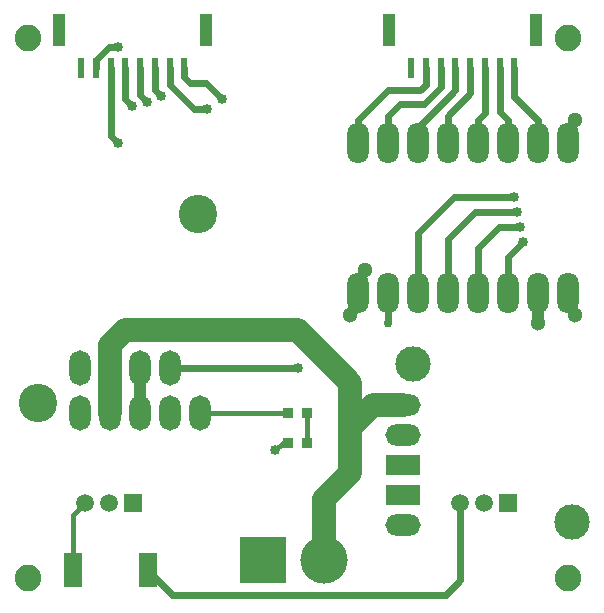
<source format=gtl>
G04 #@! TF.GenerationSoftware,KiCad,Pcbnew,(5.1.9)-1*
G04 #@! TF.CreationDate,2021-04-18T01:44:30-07:00*
G04 #@! TF.ProjectId,UAS_V2,5541535f-5632-42e6-9b69-6361645f7063,rev?*
G04 #@! TF.SameCoordinates,Original*
G04 #@! TF.FileFunction,Copper,L1,Top*
G04 #@! TF.FilePolarity,Positive*
%FSLAX46Y46*%
G04 Gerber Fmt 4.6, Leading zero omitted, Abs format (unit mm)*
G04 Created by KiCad (PCBNEW (5.1.9)-1) date 2021-04-18 01:44:30*
%MOMM*%
%LPD*%
G01*
G04 APERTURE LIST*
G04 #@! TA.AperFunction,ComponentPad*
%ADD10R,0.890000X0.930000*%
G04 #@! TD*
G04 #@! TA.AperFunction,ComponentPad*
%ADD11R,0.870000X0.930000*%
G04 #@! TD*
G04 #@! TA.AperFunction,ComponentPad*
%ADD12R,1.500000X1.500000*%
G04 #@! TD*
G04 #@! TA.AperFunction,ComponentPad*
%ADD13C,1.500000*%
G04 #@! TD*
G04 #@! TA.AperFunction,SMDPad,CuDef*
%ADD14O,1.800000X3.500000*%
G04 #@! TD*
G04 #@! TA.AperFunction,SMDPad,CuDef*
%ADD15R,0.600000X1.700000*%
G04 #@! TD*
G04 #@! TA.AperFunction,SMDPad,CuDef*
%ADD16R,1.000000X2.700000*%
G04 #@! TD*
G04 #@! TA.AperFunction,ComponentPad*
%ADD17C,3.000000*%
G04 #@! TD*
G04 #@! TA.AperFunction,ComponentPad*
%ADD18O,3.000000X1.800000*%
G04 #@! TD*
G04 #@! TA.AperFunction,ComponentPad*
%ADD19R,3.000000X1.800000*%
G04 #@! TD*
G04 #@! TA.AperFunction,ComponentPad*
%ADD20O,1.800000X3.000000*%
G04 #@! TD*
G04 #@! TA.AperFunction,ComponentPad*
%ADD21C,3.250000*%
G04 #@! TD*
G04 #@! TA.AperFunction,SMDPad,CuDef*
%ADD22R,1.500000X3.000000*%
G04 #@! TD*
G04 #@! TA.AperFunction,ComponentPad*
%ADD23C,4.000000*%
G04 #@! TD*
G04 #@! TA.AperFunction,ComponentPad*
%ADD24R,4.000000X4.000000*%
G04 #@! TD*
G04 #@! TA.AperFunction,ViaPad*
%ADD25C,2.250000*%
G04 #@! TD*
G04 #@! TA.AperFunction,ViaPad*
%ADD26C,1.300000*%
G04 #@! TD*
G04 #@! TA.AperFunction,ViaPad*
%ADD27C,0.850000*%
G04 #@! TD*
G04 #@! TA.AperFunction,ViaPad*
%ADD28C,0.750000*%
G04 #@! TD*
G04 #@! TA.AperFunction,Conductor*
%ADD29C,0.400000*%
G04 #@! TD*
G04 #@! TA.AperFunction,Conductor*
%ADD30C,1.000000*%
G04 #@! TD*
G04 #@! TA.AperFunction,Conductor*
%ADD31C,0.600000*%
G04 #@! TD*
G04 #@! TA.AperFunction,Conductor*
%ADD32C,2.000000*%
G04 #@! TD*
G04 APERTURE END LIST*
D10*
X149046000Y-115570000D03*
X150674000Y-115570000D03*
D11*
X149080000Y-113030000D03*
X150640000Y-113030000D03*
D12*
X167640000Y-120650000D03*
D13*
X165640000Y-120650000D03*
X163640000Y-120650000D03*
D12*
X135890000Y-120650000D03*
D13*
X133890000Y-120650000D03*
X131890000Y-120650000D03*
D14*
X172720000Y-90170000D03*
X170180000Y-90170000D03*
X167640000Y-90170000D03*
X165100000Y-90170000D03*
X162560000Y-90170000D03*
X160020000Y-90170000D03*
X157480000Y-90170000D03*
X154940000Y-90170000D03*
X172720000Y-102870000D03*
X170180000Y-102870000D03*
X167640000Y-102870000D03*
X165100000Y-102870000D03*
X162560000Y-102870000D03*
X160020000Y-102870000D03*
X157480000Y-102870000D03*
X154940000Y-102870000D03*
D15*
X136515000Y-83820000D03*
X135265000Y-83820000D03*
X134015000Y-83820000D03*
X132765000Y-83820000D03*
X137765000Y-83820000D03*
X139015000Y-83820000D03*
X140265000Y-83820000D03*
X131515000Y-83820000D03*
D16*
X142115000Y-80620000D03*
X129665000Y-80620000D03*
D15*
X164455000Y-83820000D03*
X163205000Y-83820000D03*
X161955000Y-83820000D03*
X160705000Y-83820000D03*
X165705000Y-83820000D03*
X166955000Y-83820000D03*
X168205000Y-83820000D03*
X159455000Y-83820000D03*
D16*
X170055000Y-80620000D03*
X157605000Y-80620000D03*
D17*
X173060000Y-122310000D03*
X159630000Y-108880000D03*
D18*
X158750000Y-112390000D03*
X158750000Y-114930000D03*
D19*
X158750000Y-117470000D03*
X158750000Y-120010000D03*
D18*
X158750000Y-122550000D03*
D20*
X139065000Y-109220000D03*
X136525000Y-109220000D03*
X133985000Y-109220000D03*
X131445000Y-109220000D03*
D21*
X127915000Y-112190000D03*
X141415000Y-96190000D03*
D20*
X141605000Y-113030000D03*
X139065000Y-113030000D03*
X136525000Y-113030000D03*
X133985000Y-113030000D03*
X131445000Y-113030000D03*
D22*
X130810000Y-126365000D03*
X137160000Y-126365000D03*
D23*
X152110000Y-125490000D03*
D24*
X146960000Y-125490000D03*
D25*
X127000000Y-127000000D03*
X172720000Y-127000000D03*
X172720000Y-81280000D03*
X127000000Y-81280000D03*
D26*
X155575000Y-100965000D03*
X154305000Y-104775000D03*
X173355000Y-104775000D03*
X173355000Y-88265000D03*
D27*
X147955000Y-116205000D03*
X149860000Y-109220000D03*
D28*
X157480000Y-105410000D03*
D27*
X143440000Y-86430000D03*
X142190000Y-87326000D03*
X138315000Y-86245000D03*
X137065000Y-86709000D03*
X135815000Y-87047000D03*
X134620000Y-90170000D03*
X134620000Y-82042000D03*
X168402000Y-96012000D03*
X168148000Y-94742000D03*
X168656000Y-97282000D03*
X168910014Y-98552000D03*
D26*
X170180000Y-105410000D03*
D29*
X148590000Y-115570000D02*
X147955000Y-116205000D01*
X149046000Y-115570000D02*
X148590000Y-115570000D01*
X147955000Y-116205000D02*
X147955000Y-116205000D01*
D30*
X136525000Y-109220000D02*
X136525000Y-113030000D01*
D31*
X154940000Y-104140000D02*
X154305000Y-104775000D01*
X154940000Y-102870000D02*
X154940000Y-104140000D01*
X154940000Y-101600000D02*
X155575000Y-100965000D01*
X154940000Y-102870000D02*
X154940000Y-101600000D01*
X172720000Y-104140000D02*
X173355000Y-104775000D01*
X172720000Y-102870000D02*
X172720000Y-104140000D01*
X172720000Y-88900000D02*
X173355000Y-88265000D01*
X172720000Y-90170000D02*
X172720000Y-88900000D01*
D29*
X150640000Y-115536000D02*
X150674000Y-115570000D01*
X150640000Y-113030000D02*
X150640000Y-115536000D01*
D32*
X156215000Y-112390000D02*
X158750000Y-112390000D01*
X154305000Y-118110000D02*
X154305000Y-114300000D01*
X152110000Y-120305000D02*
X154305000Y-118110000D01*
X152110000Y-125490000D02*
X152110000Y-120305000D01*
X133985000Y-109220000D02*
X133985000Y-113030000D01*
X154305000Y-114300000D02*
X156215000Y-112390000D01*
X133985000Y-107315000D02*
X133985000Y-109220000D01*
X135255000Y-106045000D02*
X133985000Y-107315000D01*
X149860000Y-106045000D02*
X135255000Y-106045000D01*
X154305000Y-110490000D02*
X149860000Y-106045000D01*
X154305000Y-114300000D02*
X154305000Y-110490000D01*
D31*
X168205000Y-86290000D02*
X168205000Y-83820000D01*
X170180000Y-88265000D02*
X168205000Y-86290000D01*
X170180000Y-90170000D02*
X170180000Y-88265000D01*
X167640000Y-90170000D02*
X167640000Y-88265000D01*
X166955000Y-87580000D02*
X166955000Y-83820000D01*
X167640000Y-88265000D02*
X166955000Y-87580000D01*
X165100000Y-90170000D02*
X165100000Y-88265000D01*
X165705000Y-87660000D02*
X165705000Y-83820000D01*
X165100000Y-88265000D02*
X165705000Y-87660000D01*
X164455000Y-85989000D02*
X164455000Y-83820000D01*
X162560000Y-87884000D02*
X164455000Y-85989000D01*
X162560000Y-90170000D02*
X162560000Y-87884000D01*
X163205000Y-85715000D02*
X163205000Y-83820000D01*
X160020000Y-88900000D02*
X163205000Y-85715000D01*
X160020000Y-90170000D02*
X160020000Y-88900000D01*
X157480000Y-90170000D02*
X157480000Y-88900000D01*
X161955000Y-85441000D02*
X161955000Y-83820000D01*
X160528000Y-86868000D02*
X161955000Y-85441000D01*
X158496000Y-86868000D02*
X160528000Y-86868000D01*
X157480000Y-87884000D02*
X158496000Y-86868000D01*
X157480000Y-90170000D02*
X157480000Y-87884000D01*
X160705000Y-85270000D02*
X160705000Y-83820000D01*
X160250000Y-85725000D02*
X160705000Y-85270000D01*
X157480000Y-85725000D02*
X160250000Y-85725000D01*
X154940000Y-88265000D02*
X157480000Y-85725000D01*
X154940000Y-88900000D02*
X154940000Y-88265000D01*
D29*
X149080000Y-113030000D02*
X140970000Y-113030000D01*
D31*
X139065000Y-109220000D02*
X149860000Y-109220000D01*
X157480000Y-105410000D02*
X157480000Y-102870000D01*
X140265000Y-83820000D02*
X140265000Y-84639000D01*
X140265000Y-84639000D02*
X140716000Y-85090000D01*
X142100000Y-85090000D02*
X143440000Y-86430000D01*
X140716000Y-85090000D02*
X142100000Y-85090000D01*
X141071000Y-87326000D02*
X142190000Y-87326000D01*
X139015000Y-85270000D02*
X141071000Y-87326000D01*
X139015000Y-83820000D02*
X139015000Y-85270000D01*
X137765000Y-85695000D02*
X138315000Y-86245000D01*
X137765000Y-83820000D02*
X137765000Y-85695000D01*
X136515000Y-86159000D02*
X137065000Y-86709000D01*
X136515000Y-83820000D02*
X136515000Y-86159000D01*
X135265000Y-83820000D02*
X135265000Y-86497000D01*
X135265000Y-86497000D02*
X135815000Y-87047000D01*
X134015000Y-89565000D02*
X134620000Y-90170000D01*
X134015000Y-83820000D02*
X134015000Y-89565000D01*
X133874398Y-82042000D02*
X134620000Y-82042000D01*
X132765000Y-83151398D02*
X133874398Y-82042000D01*
X132765000Y-83820000D02*
X132765000Y-83151398D01*
X164846000Y-96012000D02*
X168402000Y-96012000D01*
X162560000Y-98298000D02*
X164846000Y-96012000D01*
X162560000Y-102870000D02*
X162560000Y-98298000D01*
X160020000Y-102870000D02*
X160020000Y-97790000D01*
X163068000Y-94742000D02*
X168148000Y-94742000D01*
X160020000Y-97790000D02*
X163068000Y-94742000D01*
X166878000Y-97282000D02*
X168656000Y-97282000D01*
X165100000Y-99060000D02*
X166878000Y-97282000D01*
X165100000Y-102870000D02*
X165100000Y-99060000D01*
X167640000Y-102870000D02*
X167640000Y-99822014D01*
X167640000Y-99822014D02*
X168910014Y-98552000D01*
X139247001Y-128452001D02*
X162377999Y-128452001D01*
X137160000Y-126365000D02*
X139247001Y-128452001D01*
X163640000Y-127190000D02*
X163640000Y-120650000D01*
X162377999Y-128452001D02*
X163640000Y-127190000D01*
D29*
X131890000Y-120650000D02*
X130810000Y-121730000D01*
X130810000Y-121730000D02*
X130810000Y-126365000D01*
D30*
X170180000Y-105410000D02*
X170180000Y-102870000D01*
M02*

</source>
